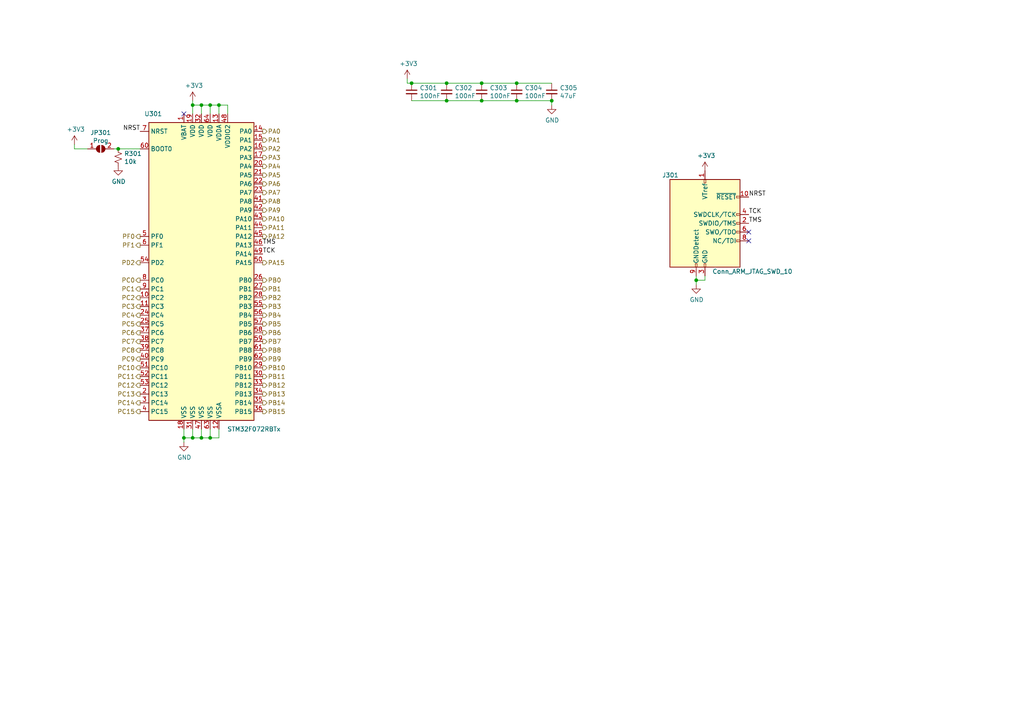
<source format=kicad_sch>
(kicad_sch (version 20211123) (generator eeschema)
  (paper "A4")
  (lib_symbols
    (symbol "Connector:Conn_ARM_JTAG_SWD_10" (pin_names (offset 1.016))
      (property "Reference" "J" (at -2.54 16.51 0))
      (property "Value" "Conn_ARM_JTAG_SWD_10" (at -2.54 13.97 0))
      (symbol "Conn_ARM_JTAG_SWD_10_0_1"
        (rectangle (start -10.16 12.7) (end 10.16 -12.7) (stroke (width 0.254)) (fill (type background)))
        (rectangle (start -2.794 -12.7) (end -2.286 -11.684))
        (rectangle (start -0.254 -12.7) (end 0.254 -11.684))
        (rectangle (start -0.254 12.7) (end 0.254 11.684))
        (rectangle (start 9.144 2.286) (end 10.16 2.794))
        (rectangle (start 10.16 -2.794) (end 9.144 -2.286))
        (rectangle (start 10.16 -0.254) (end 9.144 0.254))
        (rectangle (start 10.16 7.874) (end 9.144 7.366))
      )
      (symbol "Conn_ARM_JTAG_SWD_10_1_1"
        (rectangle (start 9.144 -5.334) (end 10.16 -4.826))
        (pin power_in line (at 0 15.24 270) (length 2.54) (name "VTref") (number "1"))
        (pin open_collector line (at 12.7 7.62 180) (length 2.54) (name "~{RESET}") (number "10"))
        (pin bidirectional line (at 12.7 0 180) (length 2.54) (name "SWDIO/TMS") (number "2"))
        (pin power_in line (at 0 -15.24 90) (length 2.54) (name "GND") (number "3"))
        (pin output line (at 12.7 2.54 180) (length 2.54) (name "SWDCLK/TCK") (number "4"))
        (pin passive line (at 0 -15.24 90) (length 2.54) hide (name "GND") (number "5"))
        (pin input line (at 12.7 -2.54 180) (length 2.54) (name "SWO/TDO") (number "6"))
        (pin no_connect line (at -10.16 0 0) (length 2.54) hide (name "KEY") (number "7"))
        (pin output line (at 12.7 -5.08 180) (length 2.54) (name "NC/TDI") (number "8"))
        (pin passive line (at -2.54 -15.24 90) (length 2.54) (name "GNDDetect") (number "9"))
      )
    )
    (symbol "Device:C_Small" (pin_numbers hide) (pin_names (offset 0.254) hide)
      (property "Reference" "C" (at 0.254 1.778 0))
      (property "Value" "C_Small" (at 0.254 -2.032 0))
      (symbol "C_Small_0_1"
        (polyline (pts (xy -1.524 -0.508) (xy 1.524 -0.508)) (stroke (width 0.3302)))
        (polyline (pts (xy -1.524 0.508) (xy 1.524 0.508)) (stroke (width 0.3048)))
      )
      (symbol "C_Small_1_1"
        (pin passive line (at 0 2.54 270) (length 2.032) (name "~") (number "1"))
        (pin passive line (at 0 -2.54 90) (length 2.032) (name "~") (number "2"))
      )
    )
    (symbol "Device:R_Small_US" (pin_numbers hide) (pin_names (offset 0.254) hide)
      (property "Reference" "R" (at 0.762 0.508 0))
      (property "Value" "R_Small_US" (at 0.762 -1.016 0))
      (symbol "R_Small_US_1_1"
        (polyline (pts (xy 0 0) (xy 1.016 -0.381) (xy 0 -0.762) (xy -1.016 -1.143) (xy 0 -1.524)))
        (polyline (pts (xy 0 1.524) (xy 1.016 1.143) (xy 0 0.762) (xy -1.016 0.381) (xy 0 0)))
        (pin passive line (at 0 2.54 270) (length 1.016) (name "~") (number "1"))
        (pin passive line (at 0 -2.54 90) (length 1.016) (name "~") (number "2"))
      )
    )
    (symbol "Jumper:SolderJumper_2_Open" (pin_names (offset 0) hide)
      (property "Reference" "JP" (at 0 2.032 0))
      (property "Value" "SolderJumper_2_Open" (at 0 -2.54 0))
      (symbol "SolderJumper_2_Open_0_1"
        (arc (start -0.254 1.016) (mid -1.27 0) (end -0.254 -1.016))
        (arc (start -0.254 1.016) (mid -1.27 0) (end -0.254 -1.016) (fill (type outline)))
        (polyline (pts (xy -0.254 1.016) (xy -0.254 -1.016)))
        (polyline (pts (xy 0.254 1.016) (xy 0.254 -1.016)))
        (arc (start 0.254 -1.016) (mid 1.27 0) (end 0.254 1.016))
        (arc (start 0.254 -1.016) (mid 1.27 0) (end 0.254 1.016) (fill (type outline)))
      )
      (symbol "SolderJumper_2_Open_1_1"
        (pin passive line (at -3.81 0 0) (length 2.54) (name "A") (number "1"))
        (pin passive line (at 3.81 0 180) (length 2.54) (name "B") (number "2"))
      )
    )
    (symbol "MCU_ST_STM32F0:STM32F072RBTx"
      (property "Reference" "U" (at -15.24 44.45 0))
      (property "Value" "STM32F072RBTx" (at 10.16 44.45 0))
      (symbol "STM32F072RBTx_0_1"
        (rectangle (start -15.24 -43.18) (end 15.24 43.18) (stroke (width 0.254)) (fill (type background)))
      )
      (symbol "STM32F072RBTx_1_1"
        (pin power_in line (at -5.08 45.72 270) (length 2.54) (name "VBAT") (number "1"))
        (pin bidirectional line (at -17.78 -7.62 0) (length 2.54) (name "PC2") (number "10"))
        (pin bidirectional line (at -17.78 -10.16 0) (length 2.54) (name "PC3") (number "11"))
        (pin power_in line (at 5.08 -45.72 90) (length 2.54) (name "VSSA") (number "12"))
        (pin power_in line (at 5.08 45.72 270) (length 2.54) (name "VDDA") (number "13"))
        (pin bidirectional line (at 17.78 40.64 180) (length 2.54) (name "PA0") (number "14"))
        (pin bidirectional line (at 17.78 38.1 180) (length 2.54) (name "PA1") (number "15"))
        (pin bidirectional line (at 17.78 35.56 180) (length 2.54) (name "PA2") (number "16"))
        (pin bidirectional line (at 17.78 33.02 180) (length 2.54) (name "PA3") (number "17"))
        (pin power_in line (at -5.08 -45.72 90) (length 2.54) (name "VSS") (number "18"))
        (pin power_in line (at -2.54 45.72 270) (length 2.54) (name "VDD") (number "19"))
        (pin bidirectional line (at -17.78 -35.56 0) (length 2.54) (name "PC13") (number "2"))
        (pin bidirectional line (at 17.78 30.48 180) (length 2.54) (name "PA4") (number "20"))
        (pin bidirectional line (at 17.78 27.94 180) (length 2.54) (name "PA5") (number "21"))
        (pin bidirectional line (at 17.78 25.4 180) (length 2.54) (name "PA6") (number "22"))
        (pin bidirectional line (at 17.78 22.86 180) (length 2.54) (name "PA7") (number "23"))
        (pin bidirectional line (at -17.78 -12.7 0) (length 2.54) (name "PC4") (number "24"))
        (pin bidirectional line (at -17.78 -15.24 0) (length 2.54) (name "PC5") (number "25"))
        (pin bidirectional line (at 17.78 -2.54 180) (length 2.54) (name "PB0") (number "26"))
        (pin bidirectional line (at 17.78 -5.08 180) (length 2.54) (name "PB1") (number "27"))
        (pin bidirectional line (at 17.78 -7.62 180) (length 2.54) (name "PB2") (number "28"))
        (pin bidirectional line (at 17.78 -27.94 180) (length 2.54) (name "PB10") (number "29"))
        (pin bidirectional line (at -17.78 -38.1 0) (length 2.54) (name "PC14") (number "3"))
        (pin bidirectional line (at 17.78 -30.48 180) (length 2.54) (name "PB11") (number "30"))
        (pin power_in line (at -2.54 -45.72 90) (length 2.54) (name "VSS") (number "31"))
        (pin power_in line (at 0 45.72 270) (length 2.54) (name "VDD") (number "32"))
        (pin bidirectional line (at 17.78 -33.02 180) (length 2.54) (name "PB12") (number "33"))
        (pin bidirectional line (at 17.78 -35.56 180) (length 2.54) (name "PB13") (number "34"))
        (pin bidirectional line (at 17.78 -38.1 180) (length 2.54) (name "PB14") (number "35"))
        (pin bidirectional line (at 17.78 -40.64 180) (length 2.54) (name "PB15") (number "36"))
        (pin bidirectional line (at -17.78 -17.78 0) (length 2.54) (name "PC6") (number "37"))
        (pin bidirectional line (at -17.78 -20.32 0) (length 2.54) (name "PC7") (number "38"))
        (pin bidirectional line (at -17.78 -22.86 0) (length 2.54) (name "PC8") (number "39"))
        (pin bidirectional line (at -17.78 -40.64 0) (length 2.54) (name "PC15") (number "4"))
        (pin bidirectional line (at -17.78 -25.4 0) (length 2.54) (name "PC9") (number "40"))
        (pin bidirectional line (at 17.78 20.32 180) (length 2.54) (name "PA8") (number "41"))
        (pin bidirectional line (at 17.78 17.78 180) (length 2.54) (name "PA9") (number "42"))
        (pin bidirectional line (at 17.78 15.24 180) (length 2.54) (name "PA10") (number "43"))
        (pin bidirectional line (at 17.78 12.7 180) (length 2.54) (name "PA11") (number "44"))
        (pin bidirectional line (at 17.78 10.16 180) (length 2.54) (name "PA12") (number "45"))
        (pin bidirectional line (at 17.78 7.62 180) (length 2.54) (name "PA13") (number "46"))
        (pin power_in line (at 0 -45.72 90) (length 2.54) (name "VSS") (number "47"))
        (pin power_in line (at 7.62 45.72 270) (length 2.54) (name "VDDIO2") (number "48"))
        (pin bidirectional line (at 17.78 5.08 180) (length 2.54) (name "PA14") (number "49"))
        (pin input line (at -17.78 10.16 0) (length 2.54) (name "PF0") (number "5"))
        (pin bidirectional line (at 17.78 2.54 180) (length 2.54) (name "PA15") (number "50"))
        (pin bidirectional line (at -17.78 -27.94 0) (length 2.54) (name "PC10") (number "51"))
        (pin bidirectional line (at -17.78 -30.48 0) (length 2.54) (name "PC11") (number "52"))
        (pin bidirectional line (at -17.78 -33.02 0) (length 2.54) (name "PC12") (number "53"))
        (pin bidirectional line (at -17.78 2.54 0) (length 2.54) (name "PD2") (number "54"))
        (pin bidirectional line (at 17.78 -10.16 180) (length 2.54) (name "PB3") (number "55"))
        (pin bidirectional line (at 17.78 -12.7 180) (length 2.54) (name "PB4") (number "56"))
        (pin bidirectional line (at 17.78 -15.24 180) (length 2.54) (name "PB5") (number "57"))
        (pin bidirectional line (at 17.78 -17.78 180) (length 2.54) (name "PB6") (number "58"))
        (pin bidirectional line (at 17.78 -20.32 180) (length 2.54) (name "PB7") (number "59"))
        (pin input line (at -17.78 7.62 0) (length 2.54) (name "PF1") (number "6"))
        (pin input line (at -17.78 35.56 0) (length 2.54) (name "BOOT0") (number "60"))
        (pin bidirectional line (at 17.78 -22.86 180) (length 2.54) (name "PB8") (number "61"))
        (pin bidirectional line (at 17.78 -25.4 180) (length 2.54) (name "PB9") (number "62"))
        (pin power_in line (at 2.54 -45.72 90) (length 2.54) (name "VSS") (number "63"))
        (pin power_in line (at 2.54 45.72 270) (length 2.54) (name "VDD") (number "64"))
        (pin input line (at -17.78 40.64 0) (length 2.54) (name "NRST") (number "7"))
        (pin bidirectional line (at -17.78 -2.54 0) (length 2.54) (name "PC0") (number "8"))
        (pin bidirectional line (at -17.78 -5.08 0) (length 2.54) (name "PC1") (number "9"))
      )
    )
    (symbol "power:+3.3V" (power) (pin_names (offset 0))
      (property "Value" "+3.3V" (at 0 3.556 0))
      (symbol "+3.3V_0_1"
        (polyline (pts (xy -0.762 1.27) (xy 0 2.54)))
        (polyline (pts (xy 0 0) (xy 0 2.54)))
        (polyline (pts (xy 0 2.54) (xy 0.762 1.27)))
      )
      (symbol "+3.3V_1_1"
        (pin power_in line (at 0 0 90) (length 0) hide (name "+3V3") (number "1"))
      )
    )
    (symbol "power:GND" (power) (pin_names (offset 0))
      (property "Value" "GND" (at 0 -3.81 0))
      (symbol "GND_0_1"
        (polyline (pts (xy 0 0) (xy 0 -1.27) (xy 1.27 -1.27) (xy 0 -2.54) (xy -1.27 -1.27) (xy 0 -1.27)))
      )
      (symbol "GND_1_1"
        (pin power_in line (at 0 0 270) (length 0) hide (name "GND") (number "1"))
      )
    )
  )
  (junction (at 119.38 24.13))
  (junction (at 149.86 24.13))
  (junction (at 55.88 127))
  (junction (at 53.34 127))
  (junction (at 60.96 30.48))
  (junction (at 139.7 29.21))
  (junction (at 160.02 29.21))
  (junction (at 129.54 24.13))
  (junction (at 55.88 30.48))
  (junction (at 139.7 24.13))
  (junction (at 63.5 30.48))
  (junction (at 58.42 127))
  (junction (at 60.96 127))
  (junction (at 201.93 81.28))
  (junction (at 129.54 29.21))
  (junction (at 58.42 30.48))
  (junction (at 34.29 43.18))
  (junction (at 149.86 29.21))
  (no_connect (at 53.34 33.02))
  (no_connect (at 217.17 69.85))
  (no_connect (at 217.17 67.31))
  (wire (pts (xy 60.96 30.48) (xy 63.5 30.48)))
  (wire (pts (xy 149.86 24.13) (xy 160.02 24.13)))
  (wire (pts (xy 119.38 24.13) (xy 129.54 24.13)))
  (wire (pts (xy 139.7 24.13) (xy 149.86 24.13)))
  (wire (pts (xy 55.88 30.48) (xy 55.88 29.21)))
  (wire (pts (xy 55.88 124.46) (xy 55.88 127)))
  (wire (pts (xy 21.59 41.91) (xy 21.59 43.18)))
  (wire (pts (xy 139.7 29.21) (xy 149.86 29.21)))
  (wire (pts (xy 55.88 127) (xy 53.34 127)))
  (wire (pts (xy 160.02 29.21) (xy 160.02 30.48)))
  (wire (pts (xy 60.96 30.48) (xy 60.96 33.02)))
  (wire (pts (xy 204.47 80.01) (xy 204.47 81.28)))
  (wire (pts (xy 63.5 30.48) (xy 66.04 30.48)))
  (wire (pts (xy 60.96 124.46) (xy 60.96 127)))
  (wire (pts (xy 119.38 29.21) (xy 129.54 29.21)))
  (wire (pts (xy 118.11 24.13) (xy 119.38 24.13)))
  (wire (pts (xy 60.96 127) (xy 58.42 127)))
  (wire (pts (xy 58.42 127) (xy 55.88 127)))
  (wire (pts (xy 204.47 81.28) (xy 201.93 81.28)))
  (wire (pts (xy 58.42 30.48) (xy 58.42 33.02)))
  (wire (pts (xy 55.88 30.48) (xy 58.42 30.48)))
  (wire (pts (xy 63.5 124.46) (xy 63.5 127)))
  (wire (pts (xy 118.11 22.86) (xy 118.11 24.13)))
  (wire (pts (xy 34.29 43.18) (xy 40.64 43.18)))
  (wire (pts (xy 129.54 24.13) (xy 139.7 24.13)))
  (wire (pts (xy 63.5 30.48) (xy 63.5 33.02)))
  (wire (pts (xy 201.93 80.01) (xy 201.93 81.28)))
  (wire (pts (xy 149.86 29.21) (xy 160.02 29.21)))
  (wire (pts (xy 33.02 43.18) (xy 34.29 43.18)))
  (wire (pts (xy 21.59 43.18) (xy 25.4 43.18)))
  (wire (pts (xy 66.04 30.48) (xy 66.04 33.02)))
  (wire (pts (xy 53.34 127) (xy 53.34 124.46)))
  (wire (pts (xy 129.54 29.21) (xy 139.7 29.21)))
  (wire (pts (xy 58.42 30.48) (xy 60.96 30.48)))
  (wire (pts (xy 201.93 81.28) (xy 201.93 82.55)))
  (wire (pts (xy 55.88 33.02) (xy 55.88 30.48)))
  (wire (pts (xy 63.5 127) (xy 60.96 127)))
  (wire (pts (xy 53.34 128.27) (xy 53.34 127)))
  (wire (pts (xy 58.42 124.46) (xy 58.42 127)))
  (label "NRST" (at 217.17 57.15 0))
  (label "TMS" (at 217.17 64.77 0))
  (label "NRST" (at 40.64 38.1 180))
  (label "TCK" (at 217.17 62.23 0))
  (label "TMS" (at 76.2 71.12 0))
  (label "TCK" (at 76.2 73.66 0))
  (hierarchical_label "PB3" (shape output) (at 76.2 88.9 0))
  (hierarchical_label "PB6" (shape output) (at 76.2 96.52 0))
  (hierarchical_label "PB9" (shape output) (at 76.2 104.14 0))
  (hierarchical_label "PB1" (shape output) (at 76.2 83.82 0))
  (hierarchical_label "PC1" (shape output) (at 40.64 83.82 180))
  (hierarchical_label "PB10" (shape output) (at 76.2 106.68 0))
  (hierarchical_label "PB12" (shape output) (at 76.2 111.76 0))
  (hierarchical_label "PB14" (shape output) (at 76.2 116.84 0))
  (hierarchical_label "PB8" (shape output) (at 76.2 101.6 0))
  (hierarchical_label "PA9" (shape output) (at 76.2 60.96 0))
  (hierarchical_label "PB5" (shape output) (at 76.2 93.98 0))
  (hierarchical_label "PA6" (shape output) (at 76.2 53.34 0))
  (hierarchical_label "PB13" (shape output) (at 76.2 114.3 0))
  (hierarchical_label "PB11" (shape output) (at 76.2 109.22 0))
  (hierarchical_label "PA8" (shape output) (at 76.2 58.42 0))
  (hierarchical_label "PA10" (shape output) (at 76.2 63.5 0))
  (hierarchical_label "PA15" (shape output) (at 76.2 76.2 0))
  (hierarchical_label "PA7" (shape output) (at 76.2 55.88 0))
  (hierarchical_label "PC9" (shape output) (at 40.64 104.14 180))
  (hierarchical_label "PC4" (shape output) (at 40.64 91.44 180))
  (hierarchical_label "PC6" (shape output) (at 40.64 96.52 180))
  (hierarchical_label "PC15" (shape output) (at 40.64 119.38 180))
  (hierarchical_label "PA4" (shape output) (at 76.2 48.26 0))
  (hierarchical_label "PB2" (shape output) (at 76.2 86.36 0))
  (hierarchical_label "PF0" (shape output) (at 40.64 68.58 180))
  (hierarchical_label "PB0" (shape output) (at 76.2 81.28 0))
  (hierarchical_label "PD2" (shape output) (at 40.64 76.2 180))
  (hierarchical_label "PC11" (shape output) (at 40.64 109.22 180))
  (hierarchical_label "PF1" (shape output) (at 40.64 71.12 180))
  (hierarchical_label "PC10" (shape output) (at 40.64 106.68 180))
  (hierarchical_label "PA2" (shape output) (at 76.2 43.18 0))
  (hierarchical_label "PA5" (shape output) (at 76.2 50.8 0))
  (hierarchical_label "PC5" (shape output) (at 40.64 93.98 180))
  (hierarchical_label "PA12" (shape output) (at 76.2 68.58 0))
  (hierarchical_label "PB7" (shape output) (at 76.2 99.06 0))
  (hierarchical_label "PA1" (shape output) (at 76.2 40.64 0))
  (hierarchical_label "PC3" (shape output) (at 40.64 88.9 180))
  (hierarchical_label "PA0" (shape output) (at 76.2 38.1 0))
  (hierarchical_label "PC2" (shape output) (at 40.64 86.36 180))
  (hierarchical_label "PB15" (shape output) (at 76.2 119.38 0))
  (hierarchical_label "PC7" (shape output) (at 40.64 99.06 180))
  (hierarchical_label "PC0" (shape output) (at 40.64 81.28 180))
  (hierarchical_label "PC14" (shape output) (at 40.64 116.84 180))
  (hierarchical_label "PA3" (shape output) (at 76.2 45.72 0))
  (hierarchical_label "PA11" (shape output) (at 76.2 66.04 0))
  (hierarchical_label "PB4" (shape output) (at 76.2 91.44 0))
  (hierarchical_label "PC8" (shape output) (at 40.64 101.6 180))
  (hierarchical_label "PC12" (shape output) (at 40.64 111.76 180))
  (hierarchical_label "PC13" (shape output) (at 40.64 114.3 180))
  (symbol (lib_id "Connector:Conn_ARM_JTAG_SWD_10") (at 204.47 64.77 0) (unit 1)
    (property "Reference" "J301" (at 196.85 50.8 0) (effects (justify right)))
    (property "Value" "Conn_ARM_JTAG_SWD_10" (at 229.87 78.74 0) (effects (justify right)))
    (property "Footprint" "Connector_PinHeader_1.27mm:PinHeader_2x05_P1.27mm_Vertical_SMD" (effects hide))
    (property "Datasheet" "http://infocenter.arm.com/help/topic/com.arm.doc.ddi0314h/DDI0314H_coresight_components_trm.pdf" (effects hide))
  )
  (symbol (lib_id "Device:R_Small_US") (at 34.29 45.72 0) (unit 1)
    (property "Reference" "R301" (at 36.0172 44.5516 0) (effects (justify left)))
    (property "Value" "10k" (at 36.0172 46.863 0) (effects (justify left)))
    (property "Footprint" "Resistor_SMD:R_0603_1608Metric" (effects hide))
    (property "LCSC Part" "C25804" (effects hide))
  )
  (symbol (lib_id "power:+3.3V") (at 21.59 41.91 0) (unit 1)
    (property "Reference" "#PWR0304" (effects hide))
    (property "Value" "+3.3V" (at 21.971 37.5158 0))
  )
  (symbol (lib_id "Device:C_Small") (at 160.02 26.67 0) (unit 1)
    (property "Reference" "C305" (at 162.3568 25.5016 0) (effects (justify left)))
    (property "Value" "47uF" (at 162.3568 27.813 0) (effects (justify left)))
    (property "Footprint" "Capacitor_SMD:C_0805_2012Metric" (effects hide))
    (property "LCSC Part" "C16780" (effects hide))
  )
  (symbol (lib_id "power:GND") (at 53.34 128.27 0) (unit 1)
    (property "Reference" "#PWR0308" (effects hide))
    (property "Value" "GND" (at 53.467 132.6642 0))
  )
  (symbol (lib_id "power:GND") (at 160.02 30.48 0) (unit 1)
    (property "Reference" "#PWR0303" (effects hide))
    (property "Value" "GND" (at 160.147 34.8742 0))
  )
  (symbol (lib_id "Device:C_Small") (at 149.86 26.67 0) (unit 1)
    (property "Reference" "C304" (at 152.1968 25.5016 0) (effects (justify left)))
    (property "Value" "100nF" (at 152.1968 27.813 0) (effects (justify left)))
    (property "Footprint" "Capacitor_SMD:C_0402_1005Metric" (effects hide))
    (property "LCSC Part" "C307331" (effects hide))
  )
  (symbol (lib_id "Device:C_Small") (at 119.38 26.67 0) (unit 1)
    (property "Reference" "C301" (at 121.7168 25.5016 0) (effects (justify left)))
    (property "Value" "100nF" (at 121.7168 27.813 0) (effects (justify left)))
    (property "Footprint" "Capacitor_SMD:C_0402_1005Metric" (effects hide))
    (property "LCSC Part" "C307331" (effects hide))
  )
  (symbol (lib_id "power:+3.3V") (at 204.47 49.53 0) (unit 1)
    (property "Reference" "#PWR0306" (effects hide))
    (property "Value" "+3.3V" (at 204.851 45.1358 0))
  )
  (symbol (lib_id "Jumper:SolderJumper_2_Open") (at 29.21 43.18 0) (unit 1)
    (property "Reference" "JP301" (at 29.21 38.481 0))
    (property "Value" "Prog" (at 29.21 40.7924 0))
    (property "Footprint" "Connector_PinHeader_2.54mm:PinHeader_1x02_P2.54mm_Vertical" (effects hide))
  )
  (symbol (lib_id "power:GND") (at 34.29 48.26 0) (unit 1)
    (property "Reference" "#PWR0305" (effects hide))
    (property "Value" "GND" (at 34.417 52.6542 0))
  )
  (symbol (lib_id "Device:C_Small") (at 139.7 26.67 0) (unit 1)
    (property "Reference" "C303" (at 142.0368 25.5016 0) (effects (justify left)))
    (property "Value" "100nF" (at 142.0368 27.813 0) (effects (justify left)))
    (property "Footprint" "Capacitor_SMD:C_0402_1005Metric" (effects hide))
    (property "LCSC Part" "C307331" (effects hide))
  )
  (symbol (lib_id "Device:C_Small") (at 129.54 26.67 0) (unit 1)
    (property "Reference" "C302" (at 131.8768 25.5016 0) (effects (justify left)))
    (property "Value" "100nF" (at 131.8768 27.813 0) (effects (justify left)))
    (property "Footprint" "Capacitor_SMD:C_0402_1005Metric" (effects hide))
    (property "LCSC Part" "C307331" (effects hide))
  )
  (symbol (lib_id "MCU_ST_STM32F0:STM32F072RBTx") (at 58.42 78.74 0) (unit 1)
    (property "Reference" "U301" (at 44.45 33.02 0))
    (property "Value" "STM32F072RBTx" (at 73.66 124.46 0))
    (property "Footprint" "Package_QFP:LQFP-64_10x10mm_P0.5mm" (effects hide))
    (property "Datasheet" "http://www.st.com/st-web-ui/static/active/en/resource/technical/document/datasheet/DM00090510.pdf" (effects hide))
  )
  (symbol (lib_id "power:+3.3V") (at 118.11 22.86 0) (unit 1)
    (property "Reference" "#PWR0301" (effects hide))
    (property "Value" "+3.3V" (at 118.491 18.4658 0))
  )
  (symbol (lib_id "power:+3.3V") (at 55.88 29.21 0) (unit 1)
    (property "Reference" "#PWR0302" (effects hide))
    (property "Value" "+3.3V" (at 56.261 24.8158 0))
  )
  (symbol (lib_id "power:GND") (at 201.93 82.55 0) (unit 1)
    (property "Reference" "#PWR0307" (effects hide))
    (property "Value" "GND" (at 202.057 86.9442 0))
  )
)
</source>
